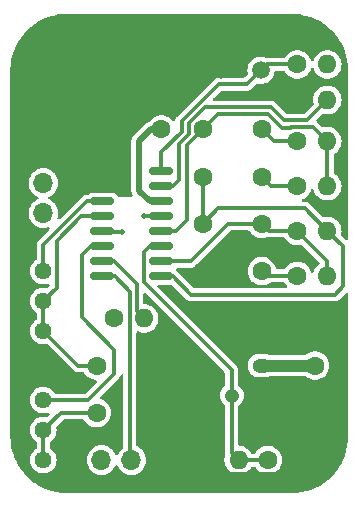
<source format=gbl>
%TF.GenerationSoftware,KiCad,Pcbnew,8.0.5*%
%TF.CreationDate,2024-10-26T00:27:54+08:00*%
%TF.ProjectId,BISS0001_SOP-16_TH,42495353-3030-4303-915f-534f502d3136,rev?*%
%TF.SameCoordinates,Original*%
%TF.FileFunction,Copper,L2,Bot*%
%TF.FilePolarity,Positive*%
%FSLAX46Y46*%
G04 Gerber Fmt 4.6, Leading zero omitted, Abs format (unit mm)*
G04 Created by KiCad (PCBNEW 8.0.5) date 2024-10-26 00:27:54*
%MOMM*%
%LPD*%
G01*
G04 APERTURE LIST*
G04 Aperture macros list*
%AMRoundRect*
0 Rectangle with rounded corners*
0 $1 Rounding radius*
0 $2 $3 $4 $5 $6 $7 $8 $9 X,Y pos of 4 corners*
0 Add a 4 corners polygon primitive as box body*
4,1,4,$2,$3,$4,$5,$6,$7,$8,$9,$2,$3,0*
0 Add four circle primitives for the rounded corners*
1,1,$1+$1,$2,$3*
1,1,$1+$1,$4,$5*
1,1,$1+$1,$6,$7*
1,1,$1+$1,$8,$9*
0 Add four rect primitives between the rounded corners*
20,1,$1+$1,$2,$3,$4,$5,0*
20,1,$1+$1,$4,$5,$6,$7,0*
20,1,$1+$1,$6,$7,$8,$9,0*
20,1,$1+$1,$8,$9,$2,$3,0*%
G04 Aperture macros list end*
%TA.AperFunction,ComponentPad*%
%ADD10C,6.000000*%
%TD*%
%TA.AperFunction,SMDPad,CuDef*%
%ADD11RoundRect,0.150000X-0.850000X-0.150000X0.850000X-0.150000X0.850000X0.150000X-0.850000X0.150000X0*%
%TD*%
%TA.AperFunction,ComponentPad*%
%ADD12O,1.600000X1.200000*%
%TD*%
%TA.AperFunction,ComponentPad*%
%ADD13O,1.200000X1.200000*%
%TD*%
%TA.AperFunction,ComponentPad*%
%ADD14C,1.500000*%
%TD*%
%TA.AperFunction,ComponentPad*%
%ADD15C,1.600000*%
%TD*%
%TA.AperFunction,ComponentPad*%
%ADD16O,1.600000X1.600000*%
%TD*%
%TA.AperFunction,ComponentPad*%
%ADD17C,1.440000*%
%TD*%
%TA.AperFunction,ComponentPad*%
%ADD18R,1.700000X1.700000*%
%TD*%
%TA.AperFunction,ComponentPad*%
%ADD19O,1.700000X1.700000*%
%TD*%
%TA.AperFunction,ViaPad*%
%ADD20C,0.500000*%
%TD*%
%TA.AperFunction,Conductor*%
%ADD21C,0.500000*%
%TD*%
%TA.AperFunction,Conductor*%
%ADD22C,1.000000*%
%TD*%
%TA.AperFunction,Conductor*%
%ADD23C,0.300000*%
%TD*%
G04 APERTURE END LIST*
D10*
%TO.P,H2,1,1*%
%TO.N,GND*%
X80000000Y-70000000D03*
%TD*%
D11*
%TO.P,U1,1,A*%
%TO.N,Net-(H1-Pin_2)*%
X83000000Y-87445000D03*
%TO.P,U1,2,VO*%
%TO.N,Net-(U1-VO)*%
X83000000Y-86175000D03*
%TO.P,U1,3,RR1*%
%TO.N,Net-(U1-RR1)*%
X83000000Y-84905000D03*
%TO.P,U1,4,RC1*%
%TO.N,Net-(U1-RC1)*%
X83000000Y-83635000D03*
%TO.P,U1,5,RC2*%
%TO.N,Net-(U1-RC2)*%
X83000000Y-82365000D03*
%TO.P,U1,6,RR2*%
%TO.N,Net-(U1-RR2)*%
X83000000Y-81095000D03*
%TO.P,U1,7,VSS*%
%TO.N,GND*%
X83000000Y-79825000D03*
%TO.P,U1,8,VRF/RESET*%
X83000000Y-78555000D03*
%TO.P,U1,9,VC*%
%TO.N,Net-(U1-VC)*%
X88000000Y-78555000D03*
%TO.P,U1,10,IB*%
%TO.N,Net-(U1-IB)*%
X88000000Y-79825000D03*
%TO.P,U1,11,VDD*%
%TO.N,3V3*%
X88000000Y-81095000D03*
%TO.P,U1,12,2OUT*%
%TO.N,Net-(U1-2OUT)*%
X88000000Y-82365000D03*
%TO.P,U1,13,2IN-*%
%TO.N,Net-(U1-2IN-)*%
X88000000Y-83635000D03*
%TO.P,U1,14,1IN+*%
%TO.N,Net-(S1-S)*%
X88000000Y-84905000D03*
%TO.P,U1,15,1IN-*%
%TO.N,Net-(U1-1IN-)*%
X88000000Y-86175000D03*
%TO.P,U1,16,1OUT*%
%TO.N,Net-(U1-1OUT)*%
X88000000Y-87445000D03*
%TD*%
D12*
%TO.P,S1,1,D*%
%TO.N,3V3*%
X96500000Y-95000000D03*
D13*
%TO.P,S1,2,S*%
%TO.N,Net-(S1-S)*%
X93960000Y-97540000D03*
%TO.P,S1,3,G*%
%TO.N,GND*%
X91420000Y-95000000D03*
%TD*%
D14*
%TO.P,R9,2*%
%TO.N,GND*%
X93020000Y-70000000D03*
%TO.P,R9,1*%
%TO.N,Net-(U1-VC)*%
X96420000Y-70000000D03*
%TD*%
D15*
%TO.P,R8,1*%
%TO.N,GND*%
X99500000Y-72500000D03*
D16*
%TO.P,R8,2*%
%TO.N,Net-(U1-IB)*%
X102040000Y-72500000D03*
%TD*%
D15*
%TO.P,R7,1*%
%TO.N,Net-(C12-Pad2)*%
X99500000Y-87400000D03*
D16*
%TO.P,R7,2*%
%TO.N,Net-(U1-1IN-)*%
X102040000Y-87400000D03*
%TD*%
D15*
%TO.P,R6,1*%
%TO.N,GND*%
X92000000Y-103000000D03*
D16*
%TO.P,R6,2*%
%TO.N,Net-(S1-S)*%
X94540000Y-103000000D03*
%TD*%
D15*
%TO.P,R5,1*%
%TO.N,Net-(H3-Pin_2)*%
X84000000Y-91000000D03*
D16*
%TO.P,R5,2*%
%TO.N,Net-(U1-VO)*%
X86540000Y-91000000D03*
%TD*%
D15*
%TO.P,R4,1*%
%TO.N,Net-(U1-VC)*%
X99500000Y-69500000D03*
D16*
%TO.P,R4,2*%
%TO.N,3V3*%
X102040000Y-69500000D03*
%TD*%
%TO.P,R3,2*%
%TO.N,Net-(U1-1OUT)*%
X102040000Y-83600000D03*
D15*
%TO.P,R3,1*%
%TO.N,Net-(U1-1IN-)*%
X99500000Y-83600000D03*
%TD*%
%TO.P,R2,1*%
%TO.N,Net-(C2-Pad2)*%
X99500000Y-79800000D03*
D16*
%TO.P,R2,2*%
%TO.N,Net-(U1-2IN-)*%
X102040000Y-79800000D03*
%TD*%
D15*
%TO.P,R1,1*%
%TO.N,Net-(U1-2OUT)*%
X99500000Y-76000000D03*
D16*
%TO.P,R1,2*%
%TO.N,Net-(U1-2IN-)*%
X102040000Y-76000000D03*
%TD*%
D17*
%TO.P,PR2,1,1*%
%TO.N,Net-(U1-RR2)*%
X78000000Y-87000000D03*
%TO.P,PR2,2,2*%
%TO.N,Net-(U1-RC2)*%
X78000000Y-89540000D03*
%TO.P,PR2,3,3*%
X78000000Y-92080000D03*
%TD*%
%TO.P,PR1,1,1*%
%TO.N,Net-(U1-RC1)*%
X78000000Y-103000000D03*
%TO.P,PR1,2,2*%
X78000000Y-100460000D03*
%TO.P,PR1,3,3*%
%TO.N,Net-(U1-RR1)*%
X78000000Y-97920000D03*
%TD*%
D18*
%TO.P,H3,1,Pin_1*%
%TO.N,GND*%
X78000000Y-77000000D03*
D19*
%TO.P,H3,2,Pin_2*%
%TO.N,Net-(H3-Pin_2)*%
X78000000Y-79540000D03*
%TO.P,H3,3,Pin_3*%
%TO.N,3V3*%
X78000000Y-82080000D03*
%TD*%
D18*
%TO.P,H1,1,Pin_1*%
%TO.N,GND*%
X88000000Y-103000000D03*
D19*
%TO.P,H1,2,Pin_2*%
%TO.N,Net-(H1-Pin_2)*%
X85460000Y-103000000D03*
%TO.P,H1,3,Pin_3*%
%TO.N,3V3*%
X82920000Y-103000000D03*
%TD*%
D15*
%TO.P,C12,1*%
%TO.N,GND*%
X91500000Y-87000000D03*
%TO.P,C12,2*%
%TO.N,Net-(C12-Pad2)*%
X96500000Y-87000000D03*
%TD*%
%TO.P,C11,2*%
%TO.N,Net-(U1-RC2)*%
X82500000Y-95000000D03*
%TO.P,C11,1*%
%TO.N,GND*%
X87500000Y-95000000D03*
%TD*%
%TO.P,C10,1*%
%TO.N,GND*%
X102000000Y-103000000D03*
%TO.P,C10,2*%
%TO.N,Net-(S1-S)*%
X97000000Y-103000000D03*
%TD*%
%TO.P,C9,2*%
%TO.N,3V3*%
X88000000Y-75000000D03*
%TO.P,C9,1*%
%TO.N,GND*%
X83000000Y-75000000D03*
%TD*%
%TO.P,C6,2*%
%TO.N,Net-(U1-RC1)*%
X82500000Y-99000000D03*
%TO.P,C6,1*%
%TO.N,GND*%
X87500000Y-99000000D03*
%TD*%
%TO.P,C5,1*%
%TO.N,GND*%
X101000000Y-100000000D03*
%TO.P,C5,2*%
%TO.N,3V3*%
X101000000Y-95000000D03*
%TD*%
%TO.P,C3,1*%
%TO.N,Net-(U1-1OUT)*%
X91500000Y-83000000D03*
%TO.P,C3,2*%
%TO.N,Net-(U1-1IN-)*%
X96500000Y-83000000D03*
%TD*%
%TO.P,C2,1*%
%TO.N,Net-(U1-1OUT)*%
X91500000Y-79000000D03*
%TO.P,C2,2*%
%TO.N,Net-(C2-Pad2)*%
X96500000Y-79000000D03*
%TD*%
%TO.P,C1,1*%
%TO.N,Net-(U1-2IN-)*%
X91500000Y-75000000D03*
%TO.P,C1,2*%
%TO.N,Net-(U1-2OUT)*%
X96500000Y-75000000D03*
%TD*%
D20*
%TO.N,GND*%
X100650000Y-86300000D03*
X100850000Y-80950000D03*
X101550000Y-74250000D03*
X92850000Y-72350000D03*
X95100000Y-69200000D03*
X89237943Y-73463469D03*
X84450000Y-98450000D03*
X81800000Y-96500000D03*
X86750000Y-89350000D03*
X88650000Y-88650000D03*
%TO.N,Net-(U1-RC1)*%
X84650000Y-83650000D03*
%TO.N,Net-(U1-2OUT)*%
X86500000Y-82350000D03*
%TD*%
D21*
%TO.N,3V3*%
X86100000Y-76000000D02*
X87100000Y-75000000D01*
X86100000Y-80194999D02*
X86100000Y-76000000D01*
X87100000Y-75000000D02*
X88000000Y-75000000D01*
X87000001Y-81095000D02*
X86100000Y-80194999D01*
X88000000Y-81095000D02*
X87000001Y-81095000D01*
D22*
X96500000Y-95000000D02*
X101000000Y-95000000D01*
D23*
%TO.N,Net-(U1-VO)*%
X85900000Y-88075001D02*
X85900000Y-90360000D01*
X83999999Y-86175000D02*
X85900000Y-88075001D01*
X85900000Y-90360000D02*
X86540000Y-91000000D01*
X83000000Y-86175000D02*
X83999999Y-86175000D01*
%TO.N,Net-(U1-RC1)*%
X83015000Y-83650000D02*
X83000000Y-83635000D01*
X84650000Y-83650000D02*
X83015000Y-83650000D01*
%TO.N,Net-(U1-RR1)*%
X84000000Y-95700000D02*
X81780000Y-97920000D01*
X84000000Y-93650000D02*
X84000000Y-95700000D01*
X81780000Y-97920000D02*
X78000000Y-97920000D01*
X81250000Y-90900000D02*
X84000000Y-93650000D01*
X82000001Y-84905000D02*
X81250000Y-85655001D01*
X83000000Y-84905000D02*
X82000001Y-84905000D01*
X81250000Y-85655001D02*
X81250000Y-90900000D01*
%TO.N,GND*%
X102000000Y-101000000D02*
X101000000Y-100000000D01*
X102000000Y-103000000D02*
X102000000Y-101000000D01*
X100790000Y-104210000D02*
X102000000Y-103000000D01*
X93210000Y-104210000D02*
X100790000Y-104210000D01*
X92000000Y-103000000D02*
X93210000Y-104210000D01*
%TO.N,Net-(H1-Pin_2)*%
X84045000Y-87445000D02*
X83000000Y-87445000D01*
X85330000Y-102870000D02*
X85330000Y-88730000D01*
X85330000Y-88730000D02*
X84045000Y-87445000D01*
X85460000Y-103000000D02*
X85330000Y-102870000D01*
%TO.N,GND*%
X92000000Y-103000000D02*
X88000000Y-103000000D01*
X91420000Y-95000000D02*
X87500000Y-95000000D01*
X87500000Y-102500000D02*
X88000000Y-103000000D01*
%TO.N,Net-(U1-RC1)*%
X78000000Y-100460000D02*
X78000000Y-103000000D01*
X79460000Y-99000000D02*
X78000000Y-100460000D01*
X82500000Y-99000000D02*
X79460000Y-99000000D01*
%TO.N,Net-(U1-RC2)*%
X80920000Y-95000000D02*
X78000000Y-92080000D01*
X82500000Y-95000000D02*
X80920000Y-95000000D01*
X78000000Y-89540000D02*
X78000000Y-92080000D01*
X81176960Y-82365000D02*
X83000000Y-82365000D01*
X79130000Y-84411960D02*
X81176960Y-82365000D01*
X78000000Y-89540000D02*
X79130000Y-88410000D01*
X79130000Y-88410000D02*
X79130000Y-84411960D01*
%TO.N,Net-(U1-RR2)*%
X81655000Y-81095000D02*
X83000000Y-81095000D01*
X78000000Y-84750000D02*
X81655000Y-81095000D01*
X78000000Y-87000000D02*
X78000000Y-84750000D01*
%TO.N,Net-(U1-2OUT)*%
X87985000Y-82350000D02*
X88000000Y-82365000D01*
X86500000Y-82350000D02*
X87985000Y-82350000D01*
%TO.N,GND*%
X83000000Y-75000000D02*
X83000000Y-79825000D01*
%TO.N,Net-(U1-VC)*%
X95260000Y-71160000D02*
X96420000Y-70000000D01*
X92836841Y-71160000D02*
X95260000Y-71160000D01*
X89730000Y-75186080D02*
X89730000Y-74266841D01*
X88000000Y-76916080D02*
X89730000Y-75186080D01*
X89730000Y-74266841D02*
X92836841Y-71160000D01*
X88000000Y-78555000D02*
X88000000Y-76916080D01*
%TO.N,Net-(U1-IB)*%
X88999999Y-79825000D02*
X88000000Y-79825000D01*
X89500000Y-79324999D02*
X88999999Y-79825000D01*
X89500000Y-76208040D02*
X89500000Y-79324999D01*
X90290000Y-75418040D02*
X89500000Y-76208040D01*
X97274580Y-73130000D02*
X91658801Y-73130000D01*
X98374580Y-74230000D02*
X97274580Y-73130000D01*
X91658801Y-73130000D02*
X90290000Y-74498801D01*
X100310000Y-74230000D02*
X98374580Y-74230000D01*
X102040000Y-72500000D02*
X100310000Y-74230000D01*
X90290000Y-74498801D02*
X90290000Y-75418040D01*
%TO.N,Net-(U1-2IN-)*%
X92810000Y-73690000D02*
X91500000Y-75000000D01*
X98202620Y-74850000D02*
X97042620Y-73690000D01*
X97042620Y-73690000D02*
X92810000Y-73690000D01*
X98938801Y-74850000D02*
X98202620Y-74850000D01*
X98998801Y-74790000D02*
X98938801Y-74850000D01*
X102040000Y-76000000D02*
X100830000Y-74790000D01*
X100830000Y-74790000D02*
X98998801Y-74790000D01*
%TO.N,Net-(S1-S)*%
X97000000Y-103000000D02*
X94540000Y-103000000D01*
X93960000Y-97540000D02*
X93960000Y-102420000D01*
X93960000Y-102420000D02*
X94540000Y-103000000D01*
X93960000Y-95410000D02*
X93960000Y-97540000D01*
X86490000Y-87940000D02*
X93960000Y-95410000D01*
X88000000Y-84905000D02*
X87000001Y-84905000D01*
X87000001Y-84905000D02*
X86490000Y-85415001D01*
X86490000Y-85415001D02*
X86490000Y-87940000D01*
%TO.N,Net-(U1-2IN-)*%
X89215000Y-83635000D02*
X88000000Y-83635000D01*
X90190000Y-82660000D02*
X89215000Y-83635000D01*
X90190000Y-76310000D02*
X90190000Y-82660000D01*
X91500000Y-75000000D02*
X90190000Y-76310000D01*
%TO.N,Net-(U1-1OUT)*%
X103350000Y-84910000D02*
X102040000Y-83600000D01*
X103350000Y-88300000D02*
X103350000Y-84910000D01*
X102650000Y-89000000D02*
X103350000Y-88300000D01*
X90500000Y-89000000D02*
X102650000Y-89000000D01*
X88945000Y-87445000D02*
X90500000Y-89000000D01*
X88000000Y-87445000D02*
X88945000Y-87445000D01*
X91500000Y-83000000D02*
X91500000Y-79000000D01*
X92810000Y-81690000D02*
X91500000Y-83000000D01*
X100130000Y-81690000D02*
X92810000Y-81690000D01*
X102040000Y-83600000D02*
X100130000Y-81690000D01*
%TO.N,Net-(U1-1IN-)*%
X90472380Y-86175000D02*
X88000000Y-86175000D01*
X93647380Y-83000000D02*
X90472380Y-86175000D01*
X96500000Y-83000000D02*
X93647380Y-83000000D01*
X102040000Y-86140000D02*
X99500000Y-83600000D01*
X102040000Y-87400000D02*
X102040000Y-86140000D01*
%TO.N,Net-(U1-2IN-)*%
X102040000Y-76000000D02*
X102040000Y-79800000D01*
%TO.N,Net-(U1-VC)*%
X99500000Y-69500000D02*
X96920000Y-69500000D01*
X96920000Y-69500000D02*
X96420000Y-70000000D01*
%TO.N,Net-(U1-2OUT)*%
X97500000Y-76000000D02*
X96500000Y-75000000D01*
X99500000Y-76000000D02*
X97500000Y-76000000D01*
%TO.N,Net-(C12-Pad2)*%
X96900000Y-87400000D02*
X96500000Y-87000000D01*
X99500000Y-87400000D02*
X96900000Y-87400000D01*
%TO.N,Net-(U1-1IN-)*%
X97100000Y-83600000D02*
X96500000Y-83000000D01*
X99500000Y-83600000D02*
X97100000Y-83600000D01*
%TO.N,Net-(C2-Pad2)*%
X97300000Y-79800000D02*
X96500000Y-79000000D01*
X99500000Y-79800000D02*
X97300000Y-79800000D01*
%TD*%
%TA.AperFunction,Conductor*%
%TO.N,GND*%
G36*
X99002702Y-65200617D02*
G01*
X99412917Y-65218528D01*
X99423654Y-65219468D01*
X99828057Y-65272708D01*
X99838695Y-65274583D01*
X100236925Y-65362869D01*
X100247365Y-65365667D01*
X100636363Y-65488317D01*
X100646524Y-65492015D01*
X101023363Y-65648108D01*
X101033155Y-65652674D01*
X101394965Y-65841020D01*
X101404305Y-65846413D01*
X101689636Y-66028189D01*
X101748309Y-66065568D01*
X101757170Y-66071772D01*
X102080766Y-66320076D01*
X102089053Y-66327030D01*
X102389767Y-66602583D01*
X102397416Y-66610232D01*
X102672969Y-66910946D01*
X102679923Y-66919233D01*
X102928227Y-67242829D01*
X102934431Y-67251690D01*
X103153578Y-67595680D01*
X103158987Y-67605048D01*
X103347322Y-67966838D01*
X103351894Y-67976642D01*
X103507983Y-68353473D01*
X103511683Y-68363639D01*
X103634331Y-68752630D01*
X103637131Y-68763078D01*
X103725414Y-69161296D01*
X103727292Y-69171950D01*
X103780529Y-69576326D01*
X103781472Y-69587102D01*
X103799382Y-69997297D01*
X103799500Y-70002706D01*
X103799500Y-84281613D01*
X103779815Y-84348652D01*
X103727011Y-84394407D01*
X103657853Y-84404351D01*
X103594297Y-84375326D01*
X103587819Y-84369294D01*
X103235651Y-84017126D01*
X103202166Y-83955803D01*
X103204065Y-83895515D01*
X103225115Y-83821536D01*
X103245643Y-83600000D01*
X103234836Y-83483377D01*
X103225115Y-83378464D01*
X103225114Y-83378462D01*
X103207554Y-83316746D01*
X103164229Y-83164472D01*
X103164224Y-83164461D01*
X103065061Y-82965316D01*
X103065056Y-82965308D01*
X102930979Y-82787761D01*
X102766562Y-82637876D01*
X102766560Y-82637874D01*
X102577404Y-82520754D01*
X102577398Y-82520752D01*
X102547917Y-82509331D01*
X102369940Y-82440382D01*
X102151243Y-82399500D01*
X101928757Y-82399500D01*
X101820313Y-82419772D01*
X101731211Y-82436428D01*
X101661696Y-82429397D01*
X101620745Y-82402220D01*
X100468016Y-81249491D01*
X100468015Y-81249490D01*
X100342485Y-81177016D01*
X100342480Y-81177014D01*
X100306875Y-81167473D01*
X100306875Y-81167474D01*
X100254674Y-81153487D01*
X100202475Y-81139500D01*
X100028953Y-81139500D01*
X99961914Y-81119815D01*
X99916159Y-81067011D01*
X99906215Y-80997853D01*
X99935240Y-80934297D01*
X99984159Y-80899873D01*
X100037401Y-80879247D01*
X100226562Y-80762124D01*
X100390981Y-80612236D01*
X100525058Y-80434689D01*
X100624229Y-80235528D01*
X100650734Y-80142371D01*
X100688013Y-80083278D01*
X100751323Y-80053721D01*
X100820562Y-80063083D01*
X100873749Y-80108393D01*
X100889266Y-80142372D01*
X100915769Y-80235523D01*
X100915775Y-80235538D01*
X101014938Y-80434683D01*
X101014943Y-80434691D01*
X101149020Y-80612238D01*
X101313437Y-80762123D01*
X101313439Y-80762125D01*
X101502595Y-80879245D01*
X101502596Y-80879245D01*
X101502599Y-80879247D01*
X101710060Y-80959618D01*
X101928757Y-81000500D01*
X101928759Y-81000500D01*
X102151241Y-81000500D01*
X102151243Y-81000500D01*
X102369940Y-80959618D01*
X102577401Y-80879247D01*
X102766562Y-80762124D01*
X102930981Y-80612236D01*
X103065058Y-80434689D01*
X103164229Y-80235528D01*
X103225115Y-80021536D01*
X103245643Y-79800000D01*
X103225115Y-79578464D01*
X103164229Y-79364472D01*
X103164224Y-79364461D01*
X103065061Y-79165316D01*
X103065056Y-79165308D01*
X102930979Y-78987761D01*
X102766563Y-78837877D01*
X102766562Y-78837876D01*
X102649222Y-78765222D01*
X102602587Y-78713194D01*
X102590500Y-78659795D01*
X102590500Y-77140203D01*
X102610185Y-77073164D01*
X102649221Y-77034777D01*
X102766562Y-76962124D01*
X102930981Y-76812236D01*
X103065058Y-76634689D01*
X103164229Y-76435528D01*
X103225115Y-76221536D01*
X103245643Y-76000000D01*
X103225115Y-75778464D01*
X103164229Y-75564472D01*
X103164224Y-75564461D01*
X103065061Y-75365316D01*
X103065056Y-75365308D01*
X102930979Y-75187761D01*
X102766562Y-75037876D01*
X102766560Y-75037874D01*
X102577404Y-74920754D01*
X102577398Y-74920752D01*
X102369940Y-74840382D01*
X102151243Y-74799500D01*
X101928757Y-74799500D01*
X101787715Y-74825865D01*
X101731211Y-74836428D01*
X101661696Y-74829397D01*
X101620745Y-74802220D01*
X101168014Y-74349489D01*
X101167598Y-74349170D01*
X101167335Y-74348810D01*
X101162268Y-74343743D01*
X101163058Y-74342952D01*
X101126397Y-74292741D01*
X101122245Y-74222995D01*
X101155405Y-74163118D01*
X101620746Y-73697777D01*
X101682067Y-73664294D01*
X101731206Y-73663571D01*
X101928757Y-73700500D01*
X101928759Y-73700500D01*
X102151241Y-73700500D01*
X102151243Y-73700500D01*
X102369940Y-73659618D01*
X102577401Y-73579247D01*
X102766562Y-73462124D01*
X102930981Y-73312236D01*
X103065058Y-73134689D01*
X103164229Y-72935528D01*
X103225115Y-72721536D01*
X103245643Y-72500000D01*
X103225115Y-72278464D01*
X103164229Y-72064472D01*
X103164224Y-72064461D01*
X103065061Y-71865316D01*
X103065056Y-71865308D01*
X102930979Y-71687761D01*
X102766562Y-71537876D01*
X102766560Y-71537874D01*
X102577404Y-71420754D01*
X102577398Y-71420752D01*
X102369940Y-71340382D01*
X102151243Y-71299500D01*
X101928757Y-71299500D01*
X101710060Y-71340382D01*
X101578864Y-71391207D01*
X101502601Y-71420752D01*
X101502595Y-71420754D01*
X101313439Y-71537874D01*
X101313437Y-71537876D01*
X101149020Y-71687761D01*
X101014943Y-71865308D01*
X101014938Y-71865316D01*
X100915775Y-72064461D01*
X100915769Y-72064476D01*
X100854885Y-72278462D01*
X100854884Y-72278464D01*
X100834357Y-72499999D01*
X100834357Y-72500000D01*
X100854884Y-72721533D01*
X100875933Y-72795513D01*
X100875345Y-72865380D01*
X100844347Y-72917127D01*
X100118294Y-73643181D01*
X100056971Y-73676666D01*
X100030613Y-73679500D01*
X98653967Y-73679500D01*
X98586928Y-73659815D01*
X98566286Y-73643181D01*
X97612596Y-72689491D01*
X97612595Y-72689490D01*
X97487065Y-72617016D01*
X97487066Y-72617016D01*
X97452062Y-72607637D01*
X97347055Y-72579500D01*
X97347052Y-72579500D01*
X92495227Y-72579500D01*
X92428188Y-72559815D01*
X92382433Y-72507011D01*
X92372489Y-72437853D01*
X92401514Y-72374297D01*
X92407546Y-72367819D01*
X93028546Y-71746819D01*
X93089869Y-71713334D01*
X93116227Y-71710500D01*
X95332472Y-71710500D01*
X95332474Y-71710500D01*
X95332475Y-71710500D01*
X95472485Y-71672984D01*
X95598015Y-71600510D01*
X96043601Y-71154922D01*
X96104922Y-71121439D01*
X96154060Y-71120716D01*
X96313390Y-71150500D01*
X96313392Y-71150500D01*
X96526608Y-71150500D01*
X96526610Y-71150500D01*
X96736198Y-71111321D01*
X96935019Y-71034298D01*
X97116302Y-70922052D01*
X97273872Y-70778407D01*
X97402366Y-70608255D01*
X97419831Y-70573181D01*
X97497403Y-70417394D01*
X97497403Y-70417393D01*
X97497405Y-70417389D01*
X97555756Y-70212310D01*
X97560320Y-70163058D01*
X97586106Y-70098121D01*
X97642907Y-70057434D01*
X97683791Y-70050500D01*
X98356244Y-70050500D01*
X98423283Y-70070185D01*
X98467243Y-70119228D01*
X98474942Y-70134689D01*
X98474943Y-70134690D01*
X98474944Y-70134692D01*
X98609020Y-70312238D01*
X98773437Y-70462123D01*
X98773439Y-70462125D01*
X98962595Y-70579245D01*
X98962596Y-70579245D01*
X98962599Y-70579247D01*
X99170060Y-70659618D01*
X99388757Y-70700500D01*
X99388759Y-70700500D01*
X99611241Y-70700500D01*
X99611243Y-70700500D01*
X99829940Y-70659618D01*
X100037401Y-70579247D01*
X100226562Y-70462124D01*
X100390981Y-70312236D01*
X100525058Y-70134689D01*
X100624229Y-69935528D01*
X100650734Y-69842371D01*
X100688013Y-69783278D01*
X100751323Y-69753721D01*
X100820562Y-69763083D01*
X100873749Y-69808393D01*
X100889266Y-69842372D01*
X100915769Y-69935523D01*
X100915775Y-69935538D01*
X101014938Y-70134683D01*
X101014943Y-70134691D01*
X101149020Y-70312238D01*
X101313437Y-70462123D01*
X101313439Y-70462125D01*
X101502595Y-70579245D01*
X101502596Y-70579245D01*
X101502599Y-70579247D01*
X101710060Y-70659618D01*
X101928757Y-70700500D01*
X101928759Y-70700500D01*
X102151241Y-70700500D01*
X102151243Y-70700500D01*
X102369940Y-70659618D01*
X102577401Y-70579247D01*
X102766562Y-70462124D01*
X102930981Y-70312236D01*
X103065058Y-70134689D01*
X103164229Y-69935528D01*
X103225115Y-69721536D01*
X103245643Y-69500000D01*
X103225115Y-69278464D01*
X103164229Y-69064472D01*
X103164224Y-69064461D01*
X103065061Y-68865316D01*
X103065056Y-68865308D01*
X102930979Y-68687761D01*
X102766562Y-68537876D01*
X102766560Y-68537874D01*
X102577404Y-68420754D01*
X102577398Y-68420752D01*
X102369940Y-68340382D01*
X102151243Y-68299500D01*
X101928757Y-68299500D01*
X101710060Y-68340382D01*
X101650027Y-68363639D01*
X101502601Y-68420752D01*
X101502595Y-68420754D01*
X101313439Y-68537874D01*
X101313437Y-68537876D01*
X101149020Y-68687761D01*
X101014943Y-68865308D01*
X101014938Y-68865316D01*
X100915775Y-69064461D01*
X100915769Y-69064476D01*
X100889266Y-69157627D01*
X100851987Y-69216721D01*
X100788677Y-69246278D01*
X100719438Y-69236916D01*
X100666251Y-69191606D01*
X100650734Y-69157627D01*
X100624230Y-69064476D01*
X100624229Y-69064472D01*
X100624224Y-69064461D01*
X100525061Y-68865316D01*
X100525056Y-68865308D01*
X100390979Y-68687761D01*
X100226562Y-68537876D01*
X100226560Y-68537874D01*
X100037404Y-68420754D01*
X100037398Y-68420752D01*
X99829940Y-68340382D01*
X99611243Y-68299500D01*
X99388757Y-68299500D01*
X99170060Y-68340382D01*
X99110027Y-68363639D01*
X98962601Y-68420752D01*
X98962595Y-68420754D01*
X98773439Y-68537874D01*
X98773437Y-68537876D01*
X98609020Y-68687761D01*
X98474944Y-68865307D01*
X98474944Y-68865308D01*
X98474942Y-68865311D01*
X98467243Y-68880771D01*
X98419744Y-68932007D01*
X98356244Y-68949500D01*
X96916377Y-68949500D01*
X96871583Y-68941127D01*
X96822699Y-68922189D01*
X96736198Y-68888679D01*
X96526610Y-68849500D01*
X96313390Y-68849500D01*
X96103802Y-68888679D01*
X96103799Y-68888679D01*
X96103799Y-68888680D01*
X95904982Y-68965701D01*
X95904980Y-68965702D01*
X95723699Y-69077947D01*
X95566127Y-69221593D01*
X95437632Y-69391746D01*
X95342596Y-69582605D01*
X95342596Y-69582607D01*
X95284244Y-69787689D01*
X95264571Y-69999999D01*
X95264571Y-70000000D01*
X95284244Y-70212311D01*
X95296402Y-70255041D01*
X95295816Y-70324908D01*
X95264817Y-70376656D01*
X95068292Y-70573182D01*
X95006972Y-70606666D01*
X94980613Y-70609500D01*
X92764366Y-70609500D01*
X92680360Y-70632009D01*
X92624354Y-70647016D01*
X92624353Y-70647017D01*
X92498830Y-70719487D01*
X92498825Y-70719491D01*
X89289491Y-73928824D01*
X89289489Y-73928826D01*
X89266362Y-73968884D01*
X89256587Y-73985817D01*
X89217016Y-74054356D01*
X89179500Y-74194366D01*
X89179500Y-74194368D01*
X89179500Y-74199859D01*
X89159815Y-74266898D01*
X89107011Y-74312653D01*
X89037853Y-74322597D01*
X88974297Y-74293572D01*
X88956546Y-74274586D01*
X88890979Y-74187761D01*
X88726562Y-74037876D01*
X88726560Y-74037874D01*
X88537404Y-73920754D01*
X88537398Y-73920752D01*
X88329940Y-73840382D01*
X88111243Y-73799500D01*
X87888757Y-73799500D01*
X87670060Y-73840382D01*
X87538864Y-73891207D01*
X87462601Y-73920752D01*
X87462595Y-73920754D01*
X87273439Y-74037874D01*
X87273437Y-74037876D01*
X87109020Y-74187762D01*
X87006664Y-74323302D01*
X86950554Y-74364938D01*
X86931905Y-74370192D01*
X86910256Y-74374498D01*
X86910253Y-74374499D01*
X86861220Y-74394810D01*
X86791881Y-74423530D01*
X86791863Y-74423540D01*
X86685332Y-74494721D01*
X86685325Y-74494727D01*
X85594724Y-75585328D01*
X85543504Y-75661986D01*
X85523535Y-75691871D01*
X85474499Y-75810255D01*
X85474497Y-75810261D01*
X85449500Y-75935928D01*
X85449500Y-80259070D01*
X85467687Y-80350500D01*
X85471153Y-80367922D01*
X85472027Y-80372314D01*
X85474499Y-80384743D01*
X85523534Y-80503126D01*
X85526198Y-80507112D01*
X85547074Y-80573790D01*
X85528588Y-80641170D01*
X85476608Y-80687858D01*
X85423094Y-80700000D01*
X84416685Y-80700000D01*
X84349646Y-80680315D01*
X84317881Y-80650926D01*
X84286594Y-80609668D01*
X84242922Y-80552078D01*
X84242920Y-80552077D01*
X84242920Y-80552076D01*
X84122343Y-80460639D01*
X83981561Y-80405122D01*
X83935926Y-80399642D01*
X83893102Y-80394500D01*
X82106898Y-80394500D01*
X82067853Y-80399188D01*
X82018438Y-80405122D01*
X81877658Y-80460638D01*
X81843744Y-80486357D01*
X81800295Y-80519304D01*
X81734986Y-80544127D01*
X81725372Y-80544500D01*
X81582525Y-80544500D01*
X81498519Y-80567009D01*
X81442513Y-80582016D01*
X81442512Y-80582017D01*
X81316989Y-80654487D01*
X81316984Y-80654491D01*
X79403377Y-82568097D01*
X79342054Y-82601582D01*
X79272362Y-82596598D01*
X79216429Y-82554726D01*
X79192012Y-82489262D01*
X79195920Y-82448328D01*
X79236207Y-82297977D01*
X79254976Y-82083437D01*
X79255277Y-82080002D01*
X79255277Y-82079997D01*
X79243261Y-81942656D01*
X79236207Y-81862023D01*
X79179575Y-81650670D01*
X79087102Y-81452362D01*
X79087100Y-81452359D01*
X79087099Y-81452357D01*
X78961599Y-81273124D01*
X78937964Y-81249489D01*
X78806877Y-81118402D01*
X78627639Y-80992898D01*
X78476414Y-80922381D01*
X78423977Y-80876210D01*
X78404825Y-80809016D01*
X78425041Y-80742135D01*
X78476414Y-80697618D01*
X78627639Y-80627102D01*
X78806877Y-80501598D01*
X78961598Y-80346877D01*
X79087102Y-80167639D01*
X79179575Y-79969330D01*
X79236207Y-79757977D01*
X79255277Y-79540000D01*
X79253240Y-79516721D01*
X79246137Y-79435528D01*
X79236207Y-79322023D01*
X79179575Y-79110670D01*
X79087102Y-78912362D01*
X79087100Y-78912359D01*
X79087099Y-78912357D01*
X78961599Y-78733124D01*
X78888270Y-78659795D01*
X78806877Y-78578402D01*
X78627639Y-78452898D01*
X78627640Y-78452898D01*
X78627638Y-78452897D01*
X78528484Y-78406661D01*
X78429330Y-78360425D01*
X78429326Y-78360424D01*
X78429322Y-78360422D01*
X78217977Y-78303793D01*
X78000002Y-78284723D01*
X77999998Y-78284723D01*
X77854682Y-78297436D01*
X77782023Y-78303793D01*
X77782020Y-78303793D01*
X77570677Y-78360422D01*
X77570670Y-78360424D01*
X77570670Y-78360425D01*
X77560192Y-78365311D01*
X77372361Y-78452898D01*
X77372357Y-78452900D01*
X77193121Y-78578402D01*
X77038402Y-78733121D01*
X76912900Y-78912357D01*
X76912898Y-78912361D01*
X76820426Y-79110668D01*
X76820422Y-79110677D01*
X76763793Y-79322020D01*
X76763793Y-79322024D01*
X76744723Y-79539997D01*
X76744723Y-79540002D01*
X76763793Y-79757975D01*
X76763793Y-79757979D01*
X76820422Y-79969322D01*
X76820424Y-79969326D01*
X76820425Y-79969330D01*
X76844769Y-80021535D01*
X76912897Y-80167638D01*
X76918546Y-80175705D01*
X77038402Y-80346877D01*
X77193123Y-80501598D01*
X77347463Y-80609668D01*
X77372361Y-80627102D01*
X77523583Y-80697618D01*
X77576022Y-80743790D01*
X77595174Y-80810984D01*
X77574958Y-80877865D01*
X77523583Y-80922382D01*
X77372361Y-80992898D01*
X77372357Y-80992900D01*
X77193121Y-81118402D01*
X77038402Y-81273121D01*
X76912900Y-81452357D01*
X76912898Y-81452361D01*
X76820426Y-81650668D01*
X76820422Y-81650677D01*
X76763793Y-81862020D01*
X76763793Y-81862024D01*
X76744723Y-82079997D01*
X76744723Y-82080002D01*
X76745024Y-82083437D01*
X76759012Y-82243334D01*
X76763793Y-82297975D01*
X76763793Y-82297979D01*
X76820422Y-82509322D01*
X76820424Y-82509326D01*
X76820425Y-82509330D01*
X76846133Y-82564461D01*
X76912897Y-82707638D01*
X76912898Y-82707639D01*
X77038402Y-82886877D01*
X77193123Y-83041598D01*
X77372361Y-83167102D01*
X77570670Y-83259575D01*
X77782023Y-83316207D01*
X77964926Y-83332208D01*
X77999998Y-83335277D01*
X78000000Y-83335277D01*
X78000002Y-83335277D01*
X78028254Y-83332805D01*
X78217977Y-83316207D01*
X78368325Y-83275921D01*
X78438172Y-83277584D01*
X78496034Y-83316746D01*
X78523539Y-83380974D01*
X78511953Y-83449877D01*
X78488097Y-83483377D01*
X77559489Y-84411985D01*
X77539511Y-84446590D01*
X77517662Y-84484434D01*
X77504149Y-84507838D01*
X77487017Y-84537512D01*
X77487016Y-84537513D01*
X77473607Y-84587556D01*
X77449500Y-84677525D01*
X77449500Y-84677527D01*
X77449500Y-85953889D01*
X77429815Y-86020928D01*
X77390777Y-86059316D01*
X77321856Y-86101989D01*
X77321854Y-86101991D01*
X77168392Y-86241889D01*
X77168390Y-86241892D01*
X77043252Y-86407602D01*
X76950693Y-86593484D01*
X76950688Y-86593497D01*
X76893859Y-86793227D01*
X76874700Y-86999999D01*
X76874700Y-87000000D01*
X76893859Y-87206772D01*
X76950688Y-87406502D01*
X76950693Y-87406515D01*
X77043252Y-87592397D01*
X77168390Y-87758107D01*
X77168392Y-87758110D01*
X77321850Y-87898005D01*
X77321852Y-87898006D01*
X77321855Y-87898009D01*
X77406632Y-87950500D01*
X77498407Y-88007325D01*
X77498409Y-88007326D01*
X77498411Y-88007327D01*
X77692047Y-88082342D01*
X77896170Y-88120500D01*
X77896172Y-88120500D01*
X78103828Y-88120500D01*
X78103830Y-88120500D01*
X78307953Y-88082342D01*
X78365738Y-88059955D01*
X78435358Y-88054094D01*
X78497098Y-88086804D01*
X78531353Y-88147700D01*
X78527248Y-88217449D01*
X78498210Y-88263264D01*
X78350686Y-88410788D01*
X78289363Y-88444273D01*
X78240220Y-88444995D01*
X78103830Y-88419500D01*
X77896170Y-88419500D01*
X77692047Y-88457658D01*
X77498416Y-88532670D01*
X77498407Y-88532674D01*
X77321856Y-88641990D01*
X77321850Y-88641994D01*
X77168392Y-88781889D01*
X77168390Y-88781892D01*
X77043252Y-88947602D01*
X76950693Y-89133484D01*
X76950688Y-89133497D01*
X76893859Y-89333227D01*
X76874700Y-89539999D01*
X76874700Y-89540000D01*
X76893859Y-89746772D01*
X76950688Y-89946502D01*
X76950693Y-89946515D01*
X77043252Y-90132397D01*
X77168390Y-90298107D01*
X77168392Y-90298110D01*
X77321851Y-90438006D01*
X77321853Y-90438007D01*
X77321855Y-90438009D01*
X77390778Y-90480683D01*
X77437412Y-90532708D01*
X77449500Y-90586109D01*
X77449500Y-91033889D01*
X77429815Y-91100928D01*
X77390777Y-91139316D01*
X77321856Y-91181989D01*
X77321854Y-91181991D01*
X77168392Y-91321889D01*
X77168390Y-91321892D01*
X77043252Y-91487602D01*
X76950693Y-91673484D01*
X76950688Y-91673497D01*
X76893859Y-91873227D01*
X76874700Y-92079999D01*
X76874700Y-92080000D01*
X76893859Y-92286772D01*
X76950688Y-92486502D01*
X76950693Y-92486515D01*
X77043252Y-92672397D01*
X77168390Y-92838107D01*
X77168392Y-92838110D01*
X77321850Y-92978005D01*
X77321852Y-92978006D01*
X77321855Y-92978009D01*
X77421609Y-93039774D01*
X77498407Y-93087325D01*
X77498409Y-93087326D01*
X77498411Y-93087327D01*
X77692047Y-93162342D01*
X77896170Y-93200500D01*
X77896172Y-93200500D01*
X78103827Y-93200500D01*
X78103830Y-93200500D01*
X78240221Y-93175003D01*
X78309734Y-93182034D01*
X78350686Y-93209211D01*
X80581986Y-95440510D01*
X80581987Y-95440511D01*
X80581989Y-95440512D01*
X80639854Y-95473920D01*
X80702847Y-95510289D01*
X80707515Y-95512984D01*
X80847525Y-95550500D01*
X80847526Y-95550500D01*
X80992474Y-95550500D01*
X81356244Y-95550500D01*
X81423283Y-95570185D01*
X81467243Y-95619228D01*
X81474942Y-95634689D01*
X81474943Y-95634690D01*
X81474944Y-95634692D01*
X81609020Y-95812238D01*
X81773437Y-95962123D01*
X81773439Y-95962125D01*
X81962595Y-96079245D01*
X81962596Y-96079245D01*
X81962599Y-96079247D01*
X82170060Y-96159618D01*
X82388757Y-96200500D01*
X82388759Y-96200500D01*
X82421612Y-96200500D01*
X82488651Y-96220185D01*
X82534406Y-96272989D01*
X82544350Y-96342147D01*
X82515325Y-96405703D01*
X82509293Y-96412181D01*
X81588294Y-97333181D01*
X81526971Y-97366666D01*
X81500613Y-97369500D01*
X79050131Y-97369500D01*
X78983092Y-97349815D01*
X78951177Y-97320226D01*
X78831609Y-97161892D01*
X78831607Y-97161889D01*
X78678149Y-97021994D01*
X78678143Y-97021990D01*
X78501592Y-96912674D01*
X78501583Y-96912670D01*
X78411389Y-96877729D01*
X78307953Y-96837658D01*
X78103830Y-96799500D01*
X77896170Y-96799500D01*
X77692047Y-96837658D01*
X77498416Y-96912670D01*
X77498407Y-96912674D01*
X77321856Y-97021990D01*
X77321850Y-97021994D01*
X77168392Y-97161889D01*
X77168390Y-97161892D01*
X77043252Y-97327602D01*
X76950693Y-97513484D01*
X76950688Y-97513497D01*
X76893859Y-97713227D01*
X76874700Y-97919999D01*
X76874700Y-97920000D01*
X76893859Y-98126772D01*
X76950688Y-98326502D01*
X76950693Y-98326515D01*
X77043252Y-98512397D01*
X77168390Y-98678107D01*
X77168392Y-98678110D01*
X77321850Y-98818005D01*
X77321852Y-98818006D01*
X77321855Y-98818009D01*
X77421609Y-98879774D01*
X77498407Y-98927325D01*
X77498409Y-98927326D01*
X77498411Y-98927327D01*
X77692047Y-99002342D01*
X77896170Y-99040500D01*
X77896172Y-99040500D01*
X78103828Y-99040500D01*
X78103830Y-99040500D01*
X78307953Y-99002342D01*
X78365735Y-98979956D01*
X78435357Y-98974094D01*
X78497097Y-99006803D01*
X78531352Y-99067700D01*
X78527247Y-99137449D01*
X78498209Y-99183264D01*
X78350684Y-99330789D01*
X78289364Y-99364273D01*
X78240220Y-99364995D01*
X78103830Y-99339500D01*
X77896170Y-99339500D01*
X77692047Y-99377658D01*
X77498416Y-99452670D01*
X77498407Y-99452674D01*
X77321856Y-99561990D01*
X77321850Y-99561994D01*
X77168392Y-99701889D01*
X77168390Y-99701892D01*
X77043252Y-99867602D01*
X76950693Y-100053484D01*
X76950688Y-100053497D01*
X76893859Y-100253227D01*
X76874700Y-100459999D01*
X76874700Y-100460000D01*
X76893859Y-100666772D01*
X76950688Y-100866502D01*
X76950693Y-100866515D01*
X77043252Y-101052397D01*
X77168390Y-101218107D01*
X77168392Y-101218110D01*
X77321851Y-101358006D01*
X77321853Y-101358007D01*
X77321855Y-101358009D01*
X77390778Y-101400683D01*
X77437412Y-101452708D01*
X77449500Y-101506109D01*
X77449500Y-101953889D01*
X77429815Y-102020928D01*
X77390777Y-102059316D01*
X77321856Y-102101989D01*
X77321854Y-102101991D01*
X77168392Y-102241889D01*
X77168390Y-102241892D01*
X77043252Y-102407602D01*
X76950693Y-102593484D01*
X76950688Y-102593497D01*
X76893859Y-102793227D01*
X76874700Y-102999999D01*
X76874700Y-103000000D01*
X76893859Y-103206772D01*
X76950688Y-103406502D01*
X76950693Y-103406515D01*
X77043252Y-103592397D01*
X77168390Y-103758107D01*
X77168392Y-103758110D01*
X77321850Y-103898005D01*
X77321852Y-103898006D01*
X77321855Y-103898009D01*
X77421609Y-103959774D01*
X77498407Y-104007325D01*
X77498409Y-104007326D01*
X77498411Y-104007327D01*
X77692047Y-104082342D01*
X77896170Y-104120500D01*
X77896172Y-104120500D01*
X78103828Y-104120500D01*
X78103830Y-104120500D01*
X78307953Y-104082342D01*
X78501589Y-104007327D01*
X78678145Y-103898009D01*
X78831607Y-103758110D01*
X78924814Y-103634683D01*
X78956747Y-103592397D01*
X78956747Y-103592395D01*
X78956749Y-103592394D01*
X79049311Y-103406505D01*
X79106140Y-103206773D01*
X79125300Y-103000000D01*
X79106140Y-102793227D01*
X79049311Y-102593495D01*
X79040610Y-102576022D01*
X78956747Y-102407602D01*
X78831609Y-102241892D01*
X78831607Y-102241889D01*
X78678145Y-102101991D01*
X78678143Y-102101989D01*
X78609223Y-102059316D01*
X78562587Y-102007288D01*
X78550500Y-101953889D01*
X78550500Y-101506109D01*
X78570185Y-101439070D01*
X78609220Y-101400684D01*
X78678145Y-101358009D01*
X78831607Y-101218110D01*
X78956749Y-101052394D01*
X79049311Y-100866505D01*
X79106140Y-100666773D01*
X79125300Y-100460000D01*
X79106140Y-100253227D01*
X79099315Y-100229239D01*
X79099899Y-100159376D01*
X79130897Y-100107626D01*
X79651706Y-99586819D01*
X79713029Y-99553334D01*
X79739387Y-99550500D01*
X81356244Y-99550500D01*
X81423283Y-99570185D01*
X81467243Y-99619228D01*
X81474942Y-99634689D01*
X81474943Y-99634690D01*
X81474944Y-99634692D01*
X81609020Y-99812238D01*
X81773437Y-99962123D01*
X81773439Y-99962125D01*
X81962595Y-100079245D01*
X81962596Y-100079245D01*
X81962599Y-100079247D01*
X82170060Y-100159618D01*
X82388757Y-100200500D01*
X82388759Y-100200500D01*
X82611241Y-100200500D01*
X82611243Y-100200500D01*
X82829940Y-100159618D01*
X83037401Y-100079247D01*
X83226562Y-99962124D01*
X83390981Y-99812236D01*
X83525058Y-99634689D01*
X83624229Y-99435528D01*
X83685115Y-99221536D01*
X83705643Y-99000000D01*
X83703242Y-98974094D01*
X83685115Y-98778464D01*
X83685114Y-98778462D01*
X83624230Y-98564476D01*
X83624229Y-98564472D01*
X83624224Y-98564461D01*
X83525061Y-98365316D01*
X83525056Y-98365308D01*
X83390979Y-98187761D01*
X83226562Y-98037876D01*
X83226560Y-98037874D01*
X83037404Y-97920754D01*
X83037398Y-97920751D01*
X82869147Y-97855571D01*
X82813745Y-97812998D01*
X82790155Y-97747231D01*
X82805866Y-97679151D01*
X82826256Y-97652267D01*
X84440510Y-96038015D01*
X84512984Y-95912485D01*
X84535725Y-95827614D01*
X84572091Y-95767954D01*
X84634938Y-95737426D01*
X84704313Y-95745721D01*
X84758191Y-95790207D01*
X84779465Y-95856759D01*
X84779500Y-95859709D01*
X84779500Y-101885361D01*
X84759815Y-101952400D01*
X84726624Y-101986936D01*
X84653118Y-102038405D01*
X84498402Y-102193121D01*
X84372900Y-102372357D01*
X84372898Y-102372361D01*
X84302382Y-102523583D01*
X84256209Y-102576022D01*
X84189016Y-102595174D01*
X84122135Y-102574958D01*
X84077618Y-102523583D01*
X84033893Y-102429815D01*
X84007102Y-102372362D01*
X84007100Y-102372359D01*
X84007099Y-102372357D01*
X83881599Y-102193124D01*
X83876236Y-102187761D01*
X83726877Y-102038402D01*
X83547639Y-101912898D01*
X83547640Y-101912898D01*
X83547638Y-101912897D01*
X83412095Y-101849693D01*
X83349330Y-101820425D01*
X83349326Y-101820424D01*
X83349322Y-101820422D01*
X83137977Y-101763793D01*
X82920002Y-101744723D01*
X82919998Y-101744723D01*
X82774682Y-101757436D01*
X82702023Y-101763793D01*
X82702020Y-101763793D01*
X82490677Y-101820422D01*
X82490668Y-101820426D01*
X82292361Y-101912898D01*
X82292357Y-101912900D01*
X82113121Y-102038402D01*
X81958402Y-102193121D01*
X81832900Y-102372357D01*
X81832898Y-102372361D01*
X81740426Y-102570668D01*
X81740422Y-102570677D01*
X81683793Y-102782020D01*
X81683793Y-102782024D01*
X81664723Y-102999997D01*
X81664723Y-103000002D01*
X81683793Y-103217975D01*
X81683793Y-103217979D01*
X81740422Y-103429322D01*
X81740424Y-103429326D01*
X81740425Y-103429330D01*
X81743320Y-103435538D01*
X81832897Y-103627638D01*
X81857998Y-103663486D01*
X81958402Y-103806877D01*
X82113123Y-103961598D01*
X82292361Y-104087102D01*
X82490670Y-104179575D01*
X82702023Y-104236207D01*
X82884926Y-104252208D01*
X82919998Y-104255277D01*
X82920000Y-104255277D01*
X82920002Y-104255277D01*
X82948254Y-104252805D01*
X83137977Y-104236207D01*
X83349330Y-104179575D01*
X83547639Y-104087102D01*
X83726877Y-103961598D01*
X83881598Y-103806877D01*
X84007102Y-103627639D01*
X84077618Y-103476414D01*
X84123790Y-103423977D01*
X84190984Y-103404825D01*
X84257865Y-103425041D01*
X84302381Y-103476414D01*
X84372898Y-103627639D01*
X84498402Y-103806877D01*
X84653123Y-103961598D01*
X84832361Y-104087102D01*
X85030670Y-104179575D01*
X85242023Y-104236207D01*
X85424926Y-104252208D01*
X85459998Y-104255277D01*
X85460000Y-104255277D01*
X85460002Y-104255277D01*
X85488254Y-104252805D01*
X85677977Y-104236207D01*
X85889330Y-104179575D01*
X86087639Y-104087102D01*
X86266877Y-103961598D01*
X86421598Y-103806877D01*
X86547102Y-103627639D01*
X86639575Y-103429330D01*
X86696207Y-103217977D01*
X86715277Y-103000000D01*
X86696207Y-102782023D01*
X86646141Y-102595174D01*
X86639577Y-102570677D01*
X86639576Y-102570676D01*
X86639575Y-102570670D01*
X86547102Y-102372362D01*
X86547100Y-102372359D01*
X86547099Y-102372357D01*
X86421599Y-102193124D01*
X86416236Y-102187761D01*
X86266877Y-102038402D01*
X86087639Y-101912898D01*
X86087640Y-101912898D01*
X86087638Y-101912897D01*
X85952095Y-101849693D01*
X85899656Y-101803521D01*
X85880500Y-101737311D01*
X85880500Y-92212963D01*
X85900185Y-92145924D01*
X85952989Y-92100169D01*
X86022147Y-92090225D01*
X86049287Y-92097334D01*
X86210060Y-92159618D01*
X86428757Y-92200500D01*
X86428759Y-92200500D01*
X86651241Y-92200500D01*
X86651243Y-92200500D01*
X86869940Y-92159618D01*
X87077401Y-92079247D01*
X87266562Y-91962124D01*
X87430981Y-91812236D01*
X87565058Y-91634689D01*
X87664229Y-91435528D01*
X87725115Y-91221536D01*
X87745643Y-91000000D01*
X87743092Y-90972475D01*
X87725115Y-90778464D01*
X87725114Y-90778462D01*
X87664230Y-90564476D01*
X87664229Y-90564472D01*
X87664224Y-90564461D01*
X87565061Y-90365316D01*
X87565056Y-90365308D01*
X87430979Y-90187761D01*
X87266562Y-90037876D01*
X87266560Y-90037874D01*
X87077404Y-89920754D01*
X87077398Y-89920752D01*
X86869940Y-89840382D01*
X86651243Y-89799500D01*
X86651241Y-89799500D01*
X86574500Y-89799500D01*
X86507461Y-89779815D01*
X86461706Y-89727011D01*
X86450500Y-89675500D01*
X86450500Y-88978387D01*
X86470185Y-88911348D01*
X86522989Y-88865593D01*
X86592147Y-88855649D01*
X86655703Y-88884674D01*
X86662181Y-88890706D01*
X93373181Y-95601706D01*
X93406666Y-95663029D01*
X93409500Y-95689387D01*
X93409500Y-96638845D01*
X93389815Y-96705884D01*
X93364165Y-96734698D01*
X93249116Y-96829116D01*
X93124090Y-96981460D01*
X93124086Y-96981467D01*
X93031188Y-97155266D01*
X92973975Y-97343870D01*
X92954659Y-97540000D01*
X92973975Y-97736129D01*
X92973976Y-97736132D01*
X93029980Y-97920753D01*
X93031188Y-97924733D01*
X93124086Y-98098532D01*
X93124090Y-98098539D01*
X93197316Y-98187764D01*
X93249117Y-98250883D01*
X93364165Y-98345301D01*
X93403499Y-98403045D01*
X93409500Y-98441153D01*
X93409500Y-102347526D01*
X93409500Y-102492474D01*
X93412596Y-102504030D01*
X93413613Y-102507825D01*
X93413103Y-102573845D01*
X93354884Y-102778466D01*
X93334357Y-102999999D01*
X93334357Y-103000000D01*
X93354884Y-103221535D01*
X93354885Y-103221537D01*
X93415769Y-103435523D01*
X93415775Y-103435538D01*
X93514938Y-103634683D01*
X93514943Y-103634691D01*
X93649020Y-103812238D01*
X93813437Y-103962123D01*
X93813439Y-103962125D01*
X94002595Y-104079245D01*
X94002596Y-104079245D01*
X94002599Y-104079247D01*
X94210060Y-104159618D01*
X94428757Y-104200500D01*
X94428759Y-104200500D01*
X94651241Y-104200500D01*
X94651243Y-104200500D01*
X94869940Y-104159618D01*
X95077401Y-104079247D01*
X95266562Y-103962124D01*
X95430981Y-103812236D01*
X95565058Y-103634689D01*
X95572756Y-103619228D01*
X95620256Y-103567993D01*
X95683756Y-103550500D01*
X95856244Y-103550500D01*
X95923283Y-103570185D01*
X95967243Y-103619228D01*
X95974942Y-103634689D01*
X95974943Y-103634690D01*
X95974944Y-103634692D01*
X96109020Y-103812238D01*
X96273437Y-103962123D01*
X96273439Y-103962125D01*
X96462595Y-104079245D01*
X96462596Y-104079245D01*
X96462599Y-104079247D01*
X96670060Y-104159618D01*
X96888757Y-104200500D01*
X96888759Y-104200500D01*
X97111241Y-104200500D01*
X97111243Y-104200500D01*
X97329940Y-104159618D01*
X97537401Y-104079247D01*
X97726562Y-103962124D01*
X97890981Y-103812236D01*
X98025058Y-103634689D01*
X98124229Y-103435528D01*
X98185115Y-103221536D01*
X98205643Y-103000000D01*
X98185115Y-102778464D01*
X98124229Y-102564472D01*
X98124224Y-102564461D01*
X98025061Y-102365316D01*
X98025056Y-102365308D01*
X97890979Y-102187761D01*
X97726562Y-102037876D01*
X97726560Y-102037874D01*
X97537404Y-101920754D01*
X97537398Y-101920752D01*
X97329940Y-101840382D01*
X97111243Y-101799500D01*
X96888757Y-101799500D01*
X96670060Y-101840382D01*
X96646026Y-101849693D01*
X96462601Y-101920752D01*
X96462595Y-101920754D01*
X96273439Y-102037874D01*
X96273437Y-102037876D01*
X96109020Y-102187761D01*
X95974944Y-102365307D01*
X95974944Y-102365308D01*
X95974942Y-102365311D01*
X95967243Y-102380771D01*
X95919744Y-102432007D01*
X95856244Y-102449500D01*
X95683756Y-102449500D01*
X95616717Y-102429815D01*
X95572756Y-102380771D01*
X95565058Y-102365311D01*
X95472091Y-102242202D01*
X95430979Y-102187761D01*
X95266562Y-102037876D01*
X95266560Y-102037874D01*
X95077404Y-101920754D01*
X95077398Y-101920752D01*
X94869940Y-101840382D01*
X94651243Y-101799500D01*
X94651241Y-101799500D01*
X94634500Y-101799500D01*
X94567461Y-101779815D01*
X94521706Y-101727011D01*
X94510500Y-101675500D01*
X94510500Y-98441153D01*
X94530185Y-98374114D01*
X94555832Y-98345303D01*
X94670883Y-98250883D01*
X94795910Y-98098538D01*
X94888814Y-97924727D01*
X94946024Y-97736132D01*
X94965341Y-97540000D01*
X94946024Y-97343868D01*
X94888814Y-97155273D01*
X94888811Y-97155269D01*
X94888811Y-97155266D01*
X94795913Y-96981467D01*
X94795909Y-96981460D01*
X94670883Y-96829116D01*
X94555835Y-96734698D01*
X94516501Y-96676952D01*
X94510500Y-96638845D01*
X94510500Y-95337527D01*
X94510500Y-95337525D01*
X94472984Y-95197515D01*
X94466924Y-95187020D01*
X94466923Y-95187015D01*
X94466922Y-95187016D01*
X94415843Y-95098543D01*
X95299499Y-95098543D01*
X95337947Y-95291829D01*
X95337950Y-95291839D01*
X95413364Y-95473907D01*
X95413371Y-95473920D01*
X95522860Y-95637781D01*
X95522863Y-95637785D01*
X95662214Y-95777136D01*
X95662218Y-95777139D01*
X95826079Y-95886628D01*
X95826092Y-95886635D01*
X95937698Y-95932863D01*
X96008165Y-95962051D01*
X96008169Y-95962051D01*
X96008170Y-95962052D01*
X96201456Y-96000500D01*
X96201459Y-96000500D01*
X96798543Y-96000500D01*
X96928582Y-95974632D01*
X96991835Y-95962051D01*
X97053007Y-95936712D01*
X97117646Y-95909939D01*
X97165098Y-95900500D01*
X100157802Y-95900500D01*
X100224841Y-95920185D01*
X100241336Y-95932859D01*
X100273438Y-95962124D01*
X100273440Y-95962125D01*
X100273441Y-95962126D01*
X100462595Y-96079245D01*
X100462596Y-96079245D01*
X100462599Y-96079247D01*
X100670060Y-96159618D01*
X100888757Y-96200500D01*
X100888759Y-96200500D01*
X101111241Y-96200500D01*
X101111243Y-96200500D01*
X101329940Y-96159618D01*
X101537401Y-96079247D01*
X101726562Y-95962124D01*
X101890981Y-95812236D01*
X102025058Y-95634689D01*
X102124229Y-95435528D01*
X102185115Y-95221536D01*
X102205643Y-95000000D01*
X102185115Y-94778464D01*
X102124229Y-94564472D01*
X102105115Y-94526086D01*
X102025061Y-94365316D01*
X102025056Y-94365308D01*
X101890979Y-94187761D01*
X101726562Y-94037876D01*
X101726560Y-94037874D01*
X101537404Y-93920754D01*
X101537398Y-93920752D01*
X101329940Y-93840382D01*
X101111243Y-93799500D01*
X100888757Y-93799500D01*
X100670060Y-93840382D01*
X100538864Y-93891207D01*
X100462601Y-93920752D01*
X100462595Y-93920754D01*
X100273441Y-94037873D01*
X100273438Y-94037876D01*
X100241339Y-94067137D01*
X100178536Y-94097754D01*
X100157802Y-94099500D01*
X97165098Y-94099500D01*
X97117646Y-94090061D01*
X96991839Y-94037950D01*
X96991829Y-94037947D01*
X96798543Y-93999500D01*
X96798541Y-93999500D01*
X96201459Y-93999500D01*
X96201457Y-93999500D01*
X96008170Y-94037947D01*
X96008160Y-94037950D01*
X95826092Y-94113364D01*
X95826079Y-94113371D01*
X95662218Y-94222860D01*
X95662214Y-94222863D01*
X95522863Y-94362214D01*
X95522860Y-94362218D01*
X95413371Y-94526079D01*
X95413364Y-94526092D01*
X95337950Y-94708160D01*
X95337947Y-94708170D01*
X95299500Y-94901456D01*
X95299500Y-94901459D01*
X95299500Y-95098541D01*
X95299500Y-95098543D01*
X95299499Y-95098543D01*
X94415843Y-95098543D01*
X94400510Y-95071985D01*
X87685706Y-88357181D01*
X87652221Y-88295858D01*
X87657205Y-88226166D01*
X87699077Y-88170233D01*
X87764541Y-88145816D01*
X87773387Y-88145500D01*
X88815613Y-88145500D01*
X88882652Y-88165185D01*
X88903294Y-88181819D01*
X90161985Y-89440510D01*
X90287515Y-89512984D01*
X90427525Y-89550500D01*
X90427526Y-89550500D01*
X90427528Y-89550500D01*
X102722472Y-89550500D01*
X102722474Y-89550500D01*
X102722475Y-89550500D01*
X102862485Y-89512984D01*
X102988015Y-89440510D01*
X103587819Y-88840704D01*
X103649142Y-88807220D01*
X103718833Y-88812204D01*
X103774767Y-88854075D01*
X103799184Y-88919540D01*
X103799500Y-88928386D01*
X103799500Y-100997293D01*
X103799382Y-101002702D01*
X103781472Y-101412897D01*
X103780529Y-101423673D01*
X103727292Y-101828049D01*
X103725414Y-101838703D01*
X103637131Y-102236921D01*
X103634331Y-102247369D01*
X103511683Y-102636360D01*
X103507983Y-102646526D01*
X103351894Y-103023357D01*
X103347322Y-103033161D01*
X103158987Y-103394951D01*
X103153578Y-103404319D01*
X102934431Y-103748309D01*
X102928227Y-103757170D01*
X102679923Y-104080766D01*
X102672969Y-104089053D01*
X102397416Y-104389767D01*
X102389767Y-104397416D01*
X102089053Y-104672969D01*
X102080766Y-104679923D01*
X101757170Y-104928227D01*
X101748309Y-104934431D01*
X101404319Y-105153578D01*
X101394951Y-105158987D01*
X101033161Y-105347322D01*
X101023357Y-105351894D01*
X100646526Y-105507983D01*
X100636360Y-105511683D01*
X100247369Y-105634331D01*
X100236921Y-105637131D01*
X99838703Y-105725414D01*
X99828049Y-105727292D01*
X99423673Y-105780529D01*
X99412897Y-105781472D01*
X99002703Y-105799382D01*
X98997294Y-105799500D01*
X80002706Y-105799500D01*
X79997297Y-105799382D01*
X79587102Y-105781472D01*
X79576326Y-105780529D01*
X79171950Y-105727292D01*
X79161296Y-105725414D01*
X78763078Y-105637131D01*
X78752630Y-105634331D01*
X78363639Y-105511683D01*
X78353473Y-105507983D01*
X77976642Y-105351894D01*
X77966838Y-105347322D01*
X77847126Y-105285004D01*
X77605042Y-105158983D01*
X77595686Y-105153582D01*
X77423685Y-105044004D01*
X77251690Y-104934431D01*
X77242829Y-104928227D01*
X76919233Y-104679923D01*
X76910946Y-104672969D01*
X76610232Y-104397416D01*
X76602583Y-104389767D01*
X76327030Y-104089053D01*
X76320076Y-104080766D01*
X76071772Y-103757170D01*
X76065568Y-103748309D01*
X75993180Y-103634683D01*
X75846413Y-103404305D01*
X75841020Y-103394965D01*
X75652674Y-103033155D01*
X75648105Y-103023357D01*
X75638430Y-103000000D01*
X75492015Y-102646524D01*
X75488316Y-102636360D01*
X75474801Y-102593497D01*
X75365667Y-102247365D01*
X75362868Y-102236921D01*
X75274583Y-101838695D01*
X75272707Y-101828049D01*
X75219468Y-101423654D01*
X75218528Y-101412917D01*
X75200618Y-101002702D01*
X75200500Y-100997293D01*
X75200500Y-70002706D01*
X75200618Y-69997297D01*
X75202241Y-69960118D01*
X75218528Y-69587080D01*
X75219468Y-69576347D01*
X75272709Y-69171938D01*
X75274582Y-69161308D01*
X75362870Y-68763068D01*
X75365668Y-68752630D01*
X75488319Y-68363629D01*
X75492016Y-68353473D01*
X75648111Y-67976627D01*
X75652669Y-67966853D01*
X75841025Y-67605024D01*
X75846407Y-67595703D01*
X76065574Y-67251680D01*
X76071765Y-67242837D01*
X76320083Y-66919224D01*
X76327021Y-66910955D01*
X76602594Y-66610220D01*
X76610220Y-66602594D01*
X76910955Y-66327021D01*
X76919224Y-66320083D01*
X77242837Y-66071765D01*
X77251680Y-66065574D01*
X77595703Y-65846407D01*
X77605024Y-65841025D01*
X77966853Y-65652669D01*
X77976627Y-65648111D01*
X78353482Y-65492012D01*
X78363629Y-65488319D01*
X78752639Y-65365665D01*
X78763068Y-65362870D01*
X79161308Y-65274582D01*
X79171938Y-65272709D01*
X79576347Y-65219468D01*
X79587080Y-65218528D01*
X79997297Y-65200617D01*
X80002706Y-65200500D01*
X80039882Y-65200500D01*
X98960118Y-65200500D01*
X98997294Y-65200500D01*
X99002702Y-65200617D01*
G37*
%TD.AperFunction*%
%TA.AperFunction,Conductor*%
G36*
X95423283Y-83570185D02*
G01*
X95467243Y-83619228D01*
X95474942Y-83634689D01*
X95474943Y-83634690D01*
X95474944Y-83634692D01*
X95609020Y-83812238D01*
X95773437Y-83962123D01*
X95773439Y-83962125D01*
X95962595Y-84079245D01*
X95962596Y-84079245D01*
X95962599Y-84079247D01*
X96170060Y-84159618D01*
X96388757Y-84200500D01*
X96388759Y-84200500D01*
X96611241Y-84200500D01*
X96611243Y-84200500D01*
X96829940Y-84159618D01*
X96886872Y-84137561D01*
X96956492Y-84131699D01*
X96963739Y-84133408D01*
X97027525Y-84150500D01*
X97027526Y-84150500D01*
X97172474Y-84150500D01*
X98356244Y-84150500D01*
X98423283Y-84170185D01*
X98467243Y-84219228D01*
X98474942Y-84234689D01*
X98474943Y-84234690D01*
X98474944Y-84234692D01*
X98609020Y-84412238D01*
X98773437Y-84562123D01*
X98773439Y-84562125D01*
X98962595Y-84679245D01*
X98962596Y-84679245D01*
X98962599Y-84679247D01*
X99170060Y-84759618D01*
X99388757Y-84800500D01*
X99388759Y-84800500D01*
X99611240Y-84800500D01*
X99611243Y-84800500D01*
X99808791Y-84763571D01*
X99878302Y-84770602D01*
X99919254Y-84797779D01*
X101354617Y-86233142D01*
X101388102Y-86294465D01*
X101383118Y-86364157D01*
X101341246Y-86420090D01*
X101332215Y-86426249D01*
X101313438Y-86437875D01*
X101313437Y-86437876D01*
X101149020Y-86587761D01*
X101014943Y-86765308D01*
X101014938Y-86765316D01*
X100915775Y-86964461D01*
X100915769Y-86964476D01*
X100889266Y-87057627D01*
X100851987Y-87116721D01*
X100788677Y-87146278D01*
X100719438Y-87136916D01*
X100666251Y-87091606D01*
X100650734Y-87057627D01*
X100624230Y-86964476D01*
X100624229Y-86964472D01*
X100604288Y-86924425D01*
X100525061Y-86765316D01*
X100525056Y-86765308D01*
X100390979Y-86587761D01*
X100226562Y-86437876D01*
X100226560Y-86437874D01*
X100037404Y-86320754D01*
X100037398Y-86320752D01*
X99829940Y-86240382D01*
X99611243Y-86199500D01*
X99388757Y-86199500D01*
X99170060Y-86240382D01*
X99038864Y-86291207D01*
X98962601Y-86320752D01*
X98962595Y-86320754D01*
X98773439Y-86437874D01*
X98773437Y-86437876D01*
X98609020Y-86587761D01*
X98474944Y-86765307D01*
X98474944Y-86765308D01*
X98474942Y-86765311D01*
X98467243Y-86780771D01*
X98419744Y-86832007D01*
X98356244Y-86849500D01*
X97798967Y-86849500D01*
X97731928Y-86829815D01*
X97686173Y-86777011D01*
X97679701Y-86759435D01*
X97659371Y-86687983D01*
X97624229Y-86564472D01*
X97624224Y-86564461D01*
X97525061Y-86365316D01*
X97525056Y-86365308D01*
X97390979Y-86187761D01*
X97226562Y-86037876D01*
X97226560Y-86037874D01*
X97037404Y-85920754D01*
X97037398Y-85920752D01*
X96829940Y-85840382D01*
X96611243Y-85799500D01*
X96388757Y-85799500D01*
X96170060Y-85840382D01*
X96038864Y-85891207D01*
X95962601Y-85920752D01*
X95962595Y-85920754D01*
X95773439Y-86037874D01*
X95773437Y-86037876D01*
X95609020Y-86187761D01*
X95474943Y-86365308D01*
X95474938Y-86365316D01*
X95375775Y-86564461D01*
X95375769Y-86564476D01*
X95314885Y-86778462D01*
X95314884Y-86778464D01*
X95294357Y-86999999D01*
X95294357Y-87000000D01*
X95314884Y-87221535D01*
X95314885Y-87221537D01*
X95375769Y-87435523D01*
X95375775Y-87435538D01*
X95474938Y-87634683D01*
X95474943Y-87634691D01*
X95609020Y-87812238D01*
X95703107Y-87898009D01*
X95770105Y-87959086D01*
X95773437Y-87962123D01*
X95773439Y-87962125D01*
X95962595Y-88079245D01*
X95962596Y-88079245D01*
X95962599Y-88079247D01*
X96170060Y-88159618D01*
X96388757Y-88200500D01*
X96388759Y-88200500D01*
X96611241Y-88200500D01*
X96611243Y-88200500D01*
X96829940Y-88159618D01*
X97037401Y-88079247D01*
X97134331Y-88019231D01*
X97215340Y-87969073D01*
X97280617Y-87950500D01*
X98356244Y-87950500D01*
X98423283Y-87970185D01*
X98467243Y-88019228D01*
X98474942Y-88034689D01*
X98474943Y-88034690D01*
X98474944Y-88034692D01*
X98609020Y-88212238D01*
X98632742Y-88233863D01*
X98669024Y-88293574D01*
X98667263Y-88363422D01*
X98628019Y-88421229D01*
X98563753Y-88448644D01*
X98549204Y-88449500D01*
X90779387Y-88449500D01*
X90712348Y-88429815D01*
X90691706Y-88413181D01*
X89374184Y-87095659D01*
X89346510Y-87053467D01*
X89334361Y-87022658D01*
X89317178Y-86999999D01*
X89259869Y-86924425D01*
X89235046Y-86859114D01*
X89249474Y-86790750D01*
X89298572Y-86741039D01*
X89358673Y-86725500D01*
X90544852Y-86725500D01*
X90544854Y-86725500D01*
X90544855Y-86725500D01*
X90684865Y-86687984D01*
X90810395Y-86615510D01*
X93839086Y-83586819D01*
X93900409Y-83553334D01*
X93926767Y-83550500D01*
X95356244Y-83550500D01*
X95423283Y-83570185D01*
G37*
%TD.AperFunction*%
%TD*%
M02*

</source>
